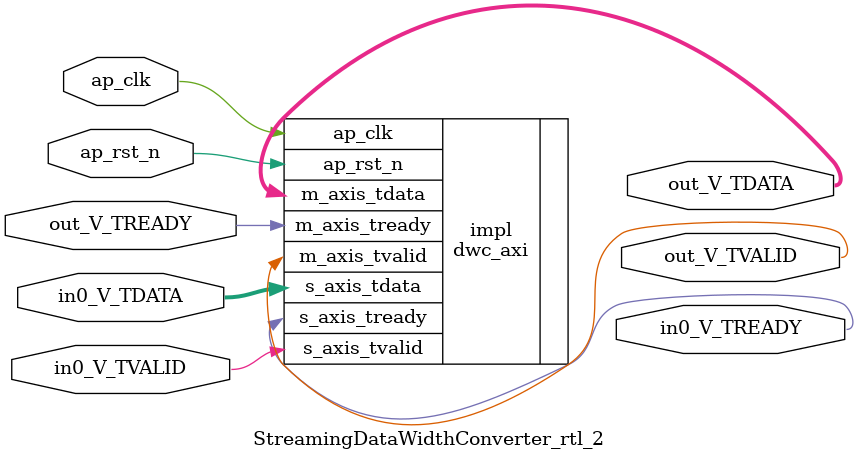
<source format=v>
/******************************************************************************
 * Copyright (C) 2023, Advanced Micro Devices, Inc.
 * All rights reserved.
 *
 * Redistribution and use in source and binary forms, with or without
 * modification, are permitted provided that the following conditions are met:
 *
 *  1. Redistributions of source code must retain the above copyright notice,
 *     this list of conditions and the following disclaimer.
 *
 *  2. Redistributions in binary form must reproduce the above copyright
 *     notice, this list of conditions and the following disclaimer in the
 *     documentation and/or other materials provided with the distribution.
 *
 *  3. Neither the name of the copyright holder nor the names of its
 *     contributors may be used to endorse or promote products derived from
 *     this software without specific prior written permission.
 *
 * THIS SOFTWARE IS PROVIDED BY THE COPYRIGHT HOLDERS AND CONTRIBUTORS "AS IS"
 * AND ANY EXPRESS OR IMPLIED WARRANTIES, INCLUDING, BUT NOT LIMITED TO,
 * THE IMPLIED WARRANTIES OF MERCHANTABILITY AND FITNESS FOR A PARTICULAR
 * PURPOSE ARE DISCLAIMED. IN NO EVENT SHALL THE COPYRIGHT HOLDER OR
 * CONTRIBUTORS BE LIABLE FOR ANY DIRECT, INDIRECT, INCIDENTAL, SPECIAL,
 * EXEMPLARY, OR CONSEQUENTIAL DAMAGES (INCLUDING, BUT NOT LIMITED TO,
 * PROCUREMENT OF SUBSTITUTE GOODS OR SERVICES; LOSS OF USE, DATA, OR PROFITS;
 * OR BUSINESS INTERRUPTION). HOWEVER CAUSED AND ON ANY THEORY OF LIABILITY,
 * WHETHER IN CONTRACT, STRICT LIABILITY, OR TORT (INCLUDING NEGLIGENCE OR
 * OTHERWISE) ARISING IN ANY WAY OUT OF THE USE OF THIS SOFTWARE, EVEN IF
 * ADVISED OF THE POSSIBILITY OF SUCH DAMAGE.
 *****************************************************************************/

module StreamingDataWidthConverter_rtl_2 #(
	parameter  IBITS = 64,
	parameter  OBITS = 4,

	parameter  AXI_IBITS = (IBITS+7)/8 * 8,
	parameter  AXI_OBITS = (OBITS+7)/8 * 8
)(
	//- Global Control ------------------
	(* X_INTERFACE_INFO = "xilinx.com:signal:clock:1.0 ap_clk CLK" *)
	(* X_INTERFACE_PARAMETER = "ASSOCIATED_BUSIF in0_V:out_V, ASSOCIATED_RESET ap_rst_n" *)
	input	ap_clk,
	(* X_INTERFACE_PARAMETER = "POLARITY ACTIVE_LOW" *)
	input	ap_rst_n,

	//- AXI Stream - Input --------------
	output	in0_V_TREADY,
	input	in0_V_TVALID,
	input	[AXI_IBITS-1:0]  in0_V_TDATA,

	//- AXI Stream - Output -------------
	input	out_V_TREADY,
	output	out_V_TVALID,
	output	[AXI_OBITS-1:0]  out_V_TDATA
);

	dwc_axi #(
		.IBITS(IBITS),
		.OBITS(OBITS)
	) impl (
		.ap_clk(ap_clk),
		.ap_rst_n(ap_rst_n),
		.s_axis_tready(in0_V_TREADY),
		.s_axis_tvalid(in0_V_TVALID),
		.s_axis_tdata(in0_V_TDATA),
		.m_axis_tready(out_V_TREADY),
		.m_axis_tvalid(out_V_TVALID),
		.m_axis_tdata(out_V_TDATA)
	);

endmodule

</source>
